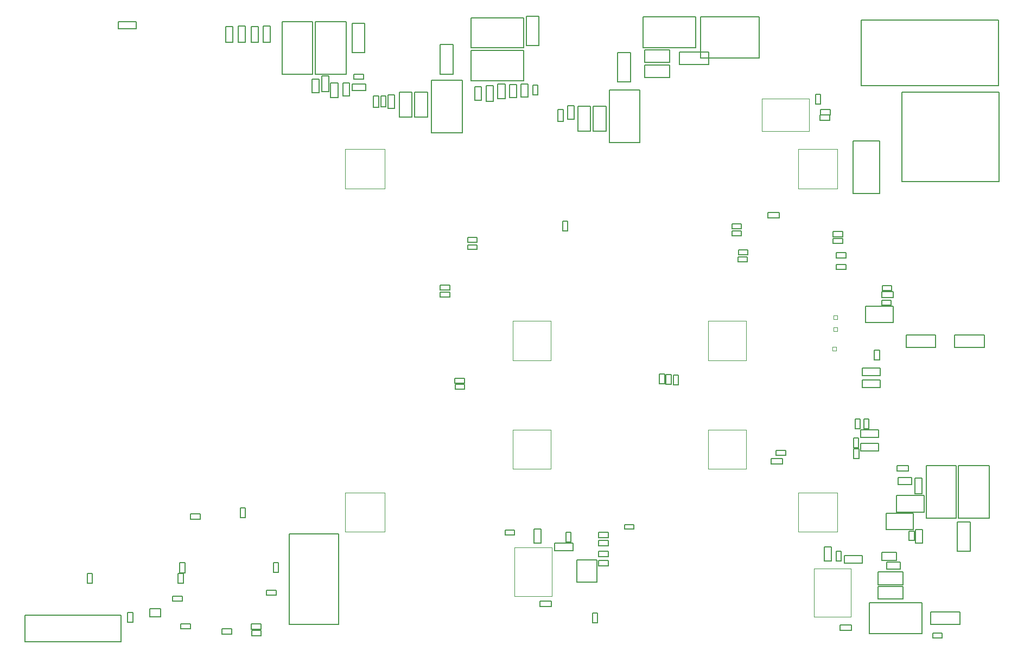
<source format=gbr>
G04*
G04 #@! TF.GenerationSoftware,Altium Limited,Altium Designer,23.7.1 (13)*
G04*
G04 Layer_Color=32768*
%FSLAX25Y25*%
%MOIN*%
G70*
G04*
G04 #@! TF.SameCoordinates,27D51526-8311-448D-B6E4-34D2AC34C314*
G04*
G04*
G04 #@! TF.FilePolarity,Positive*
G04*
G01*
G75*
%ADD11C,0.00787*%
%ADD16C,0.00394*%
%ADD353C,0.00100*%
D11*
X526361Y-345112D02*
X544471D01*
Y-352986D02*
Y-345112D01*
X526361Y-352986D02*
X544471D01*
X526361D02*
Y-345112D01*
X408372Y-125475D02*
Y-122522D01*
Y-125475D02*
X414169D01*
Y-122522D01*
X408372D02*
X414169D01*
X408172Y-129779D02*
Y-126826D01*
Y-129779D02*
X413969D01*
Y-126826D01*
X408172D02*
X413969D01*
X231004Y-151663D02*
Y-148710D01*
X225207D02*
X231004D01*
X225207Y-151663D02*
Y-148710D01*
Y-151663D02*
X231004D01*
Y-147341D02*
Y-144388D01*
X225207D02*
X231004D01*
X225207Y-147341D02*
Y-144388D01*
Y-147341D02*
X231004D01*
X240224Y-208291D02*
Y-205338D01*
X234426D02*
X240224D01*
X234426Y-208291D02*
Y-205338D01*
Y-208291D02*
X240224D01*
X240090Y-204597D02*
Y-201645D01*
X234293D02*
X240090D01*
X234293Y-204597D02*
Y-201645D01*
Y-204597D02*
X240090D01*
X247832Y-122418D02*
Y-119465D01*
X242035D02*
X247832D01*
X242035Y-122418D02*
Y-119465D01*
Y-122418D02*
X247832D01*
Y-117787D02*
Y-114834D01*
X242035D02*
X247832D01*
X242035Y-117787D02*
Y-114834D01*
Y-117787D02*
X247832D01*
X404507Y-109442D02*
Y-106490D01*
Y-109442D02*
X410304D01*
Y-106490D01*
X404507D02*
X410304D01*
X404507Y-113778D02*
Y-110825D01*
Y-113778D02*
X410304D01*
Y-110825D01*
X404507D02*
X410304D01*
X533564Y-361250D02*
Y-358297D01*
X527767D02*
X533564D01*
X527767Y-361250D02*
Y-358297D01*
Y-361250D02*
X533564D01*
X473600Y-315312D02*
Y-310587D01*
Y-315312D02*
X484624D01*
Y-310587D01*
X473600D02*
X484624D01*
X477820Y-356561D02*
Y-353126D01*
X470842D02*
X477820D01*
X470842Y-356561D02*
Y-353126D01*
Y-356561D02*
X477820D01*
X338394Y-294428D02*
Y-291475D01*
Y-294428D02*
X344192D01*
Y-291475D01*
X338394D02*
X344192D01*
X461061Y-314051D02*
X465392D01*
Y-305342D01*
X461061D02*
X465392D01*
X461061Y-314051D02*
Y-305342D01*
X468627Y-308078D02*
X471580D01*
X468627Y-313875D02*
Y-308078D01*
Y-313875D02*
X471580D01*
Y-308078D01*
X318762Y-346042D02*
X321912D01*
X318762Y-351995D02*
Y-346042D01*
Y-351995D02*
X321912D01*
Y-346042D01*
X309117Y-313222D02*
X321322D01*
X309117Y-326805D02*
Y-313222D01*
Y-326805D02*
X321322D01*
Y-313222D01*
X322479Y-299579D02*
Y-296430D01*
Y-299579D02*
X328432D01*
Y-296430D01*
X322479D02*
X328432D01*
X322355Y-304734D02*
Y-301191D01*
Y-304734D02*
X328556D01*
Y-301191D01*
X322355D02*
X328556D01*
X322479Y-316844D02*
Y-313694D01*
Y-316844D02*
X328432D01*
Y-313694D01*
X322479D02*
X328432D01*
X322355Y-311431D02*
Y-307888D01*
Y-311431D02*
X328556D01*
Y-307888D01*
X322355D02*
X328556D01*
X295626Y-307718D02*
Y-302993D01*
Y-307718D02*
X306649D01*
Y-302993D01*
X295626D02*
X306649D01*
X302539Y-296410D02*
X305492D01*
X302539Y-302207D02*
Y-296410D01*
Y-302207D02*
X305492D01*
Y-296410D01*
X293443Y-342055D02*
Y-338620D01*
X286465D02*
X293443D01*
X286465Y-342055D02*
Y-338620D01*
Y-342055D02*
X293443D01*
X282876Y-302813D02*
X287207D01*
Y-294103D01*
X282876D02*
X287207D01*
X282876Y-302813D02*
Y-294103D01*
X265180Y-297840D02*
Y-294887D01*
Y-297840D02*
X270977D01*
Y-294887D01*
X265180D02*
X270977D01*
X543520Y-255300D02*
X562418D01*
X543520Y-287622D02*
Y-255300D01*
Y-287622D02*
X562418D01*
Y-255300D01*
X132325Y-297150D02*
X162916D01*
X132325Y-353056D02*
Y-297150D01*
Y-353056D02*
X162916D01*
Y-297150D01*
X480203Y-232443D02*
Y-226646D01*
X483156D01*
Y-232443D02*
Y-226646D01*
X480203Y-232443D02*
X483156D01*
X334189Y-19343D02*
X342063D01*
Y-1233D01*
X334189D02*
X342063D01*
X334189Y-19343D02*
Y-1233D01*
X511457Y-182706D02*
Y-174832D01*
Y-182706D02*
X529567D01*
Y-174832D01*
X511457D02*
X529567D01*
X541299Y-182747D02*
Y-174873D01*
Y-182747D02*
X559410D01*
Y-174873D01*
X541299D02*
X559410D01*
X372111Y-8722D02*
Y-848D01*
Y-8722D02*
X390221D01*
Y-848D01*
X372111D02*
X390221D01*
X225202Y-14482D02*
X233076D01*
Y3629D01*
X225202D02*
X233076D01*
X225202Y-14482D02*
Y3629D01*
X494039Y-328547D02*
X509418D01*
X494039D02*
Y-320672D01*
X509418D01*
Y-328547D02*
Y-320672D01*
X494039Y-337347D02*
X509418D01*
X494039D02*
Y-329472D01*
X509418D01*
Y-337347D02*
Y-329472D01*
X488963Y-339600D02*
X521286D01*
Y-358498D02*
Y-339600D01*
X488963Y-358498D02*
X521286D01*
X488963D02*
Y-339600D01*
X483950Y-21719D02*
X568051D01*
Y18569D01*
X483950D02*
X568051D01*
X483950Y-21719D02*
Y18569D01*
X152428Y-25404D02*
Y-15562D01*
X156759D01*
Y-25404D02*
Y-15562D01*
X152428Y-25404D02*
X156759D01*
X184112Y-34785D02*
X187547D01*
Y-27806D01*
X184112D02*
X187547D01*
X184112Y-34785D02*
Y-27806D01*
X65051Y-321181D02*
X68397D01*
Y-315040D01*
X65051D02*
X68397D01*
X65051Y-321181D02*
Y-315040D01*
X8369Y-327491D02*
Y-321538D01*
X11518D01*
Y-327491D02*
Y-321538D01*
X8369Y-327491D02*
X11518D01*
X60709Y-335518D02*
X66662D01*
Y-338668D02*
Y-335518D01*
X60709Y-338668D02*
X66662D01*
X60709D02*
Y-335518D01*
X33209Y-345561D02*
X36358D01*
X33209Y-351514D02*
Y-345561D01*
Y-351514D02*
X36358D01*
Y-345561D01*
X495262Y-87896D02*
Y-55613D01*
X478962Y-87896D02*
X495262D01*
X478962D02*
Y-55613D01*
X495262D01*
X64237Y-327591D02*
X67387D01*
Y-321637D01*
X64237D02*
X67387D01*
X64237Y-327591D02*
Y-321637D01*
X46822Y-348313D02*
X53515D01*
Y-343392D01*
X46822D02*
X53515D01*
X46822Y-348313D02*
Y-343392D01*
X71855Y-355704D02*
Y-352555D01*
X65901D02*
X71855D01*
X65901Y-355704D02*
Y-352555D01*
Y-355704D02*
X71855D01*
X109285Y-355855D02*
Y-352706D01*
Y-355855D02*
X115238D01*
Y-352706D01*
X109285D02*
X115238D01*
X122682Y-320975D02*
X125832D01*
Y-315022D01*
X122682D02*
X125832D01*
X122682Y-320975D02*
Y-315022D01*
X109315Y-359885D02*
Y-356735D01*
Y-359885D02*
X115268D01*
Y-356735D01*
X109315D02*
X115268D01*
X91118Y-358877D02*
Y-355727D01*
Y-358877D02*
X97071D01*
Y-355727D01*
X91118D02*
X97071D01*
X118397Y-334990D02*
Y-331840D01*
Y-334990D02*
X124351D01*
Y-331840D01*
X118397D02*
X124351D01*
X102493Y-287334D02*
X105643D01*
Y-281381D01*
X102493D02*
X105643D01*
X102493Y-287334D02*
Y-281381D01*
X77656Y-288114D02*
Y-284965D01*
X71703D02*
X77656D01*
X71703Y-288114D02*
Y-284965D01*
Y-288114D02*
X77656D01*
X-29813Y-347192D02*
X29045D01*
X-29813Y-363569D02*
Y-347192D01*
Y-363569D02*
X29045D01*
Y-347192D01*
X329068Y-56486D02*
Y-24163D01*
X347966D01*
Y-56486D02*
Y-24163D01*
X329068Y-56486D02*
X347966D01*
X474541Y-134596D02*
Y-131447D01*
X468587D02*
X474541D01*
X468587Y-134596D02*
Y-131447D01*
Y-134596D02*
X474541D01*
X468587Y-127474D02*
X474541D01*
X468587D02*
Y-124324D01*
X474541D01*
Y-127474D02*
Y-124324D01*
X466616Y-111311D02*
X472570D01*
Y-114461D02*
Y-111311D01*
X466616Y-114461D02*
X472570D01*
X466616D02*
Y-111311D01*
X542169Y-287603D02*
Y-255319D01*
X523665Y-287603D02*
X542169D01*
X523665D02*
Y-255319D01*
X542169D01*
X516703Y-262798D02*
X521033D01*
X516703Y-272640D02*
Y-262798D01*
Y-272640D02*
X521033D01*
Y-262798D01*
X505502Y-313463D02*
Y-308739D01*
X496422D02*
X505502D01*
X496422Y-313463D02*
Y-308739D01*
Y-313463D02*
X505502D01*
X506578Y-266877D02*
Y-262655D01*
Y-266877D02*
X514738D01*
Y-262655D01*
X506578D02*
X514738D01*
X516335Y-301408D02*
Y-295455D01*
X513185Y-301408D02*
X516335D01*
X513185D02*
Y-295455D01*
X516335D01*
X499541Y-318850D02*
X507701D01*
X499541D02*
Y-314628D01*
X507701D01*
Y-318850D02*
Y-314628D01*
X550843Y-308040D02*
Y-289930D01*
X542969Y-308040D02*
X550843D01*
X542969D02*
Y-289930D01*
X550843D01*
X521478Y-302791D02*
Y-294632D01*
X517256Y-302791D02*
X521478D01*
X517256D02*
Y-294632D01*
X521478D01*
X327165Y-49564D02*
Y-34186D01*
X319291Y-49564D02*
X327165D01*
X319291D02*
Y-34186D01*
X327165D01*
X307633Y-42214D02*
Y-34055D01*
X303410Y-42214D02*
X307633D01*
X303410D02*
Y-34055D01*
X307633D01*
X309715Y-34382D02*
X317589D01*
X309715Y-49761D02*
Y-34382D01*
Y-49761D02*
X317589D01*
Y-34382D01*
X300759Y-43515D02*
Y-36428D01*
X297609Y-43515D02*
X300759D01*
X297609D02*
Y-36428D01*
X300759D01*
X244137Y1629D02*
Y20133D01*
Y1629D02*
X276421D01*
Y20133D01*
X244137D02*
X276421D01*
X278057Y3007D02*
X285931D01*
Y21117D01*
X278057D02*
X285931D01*
X278057Y3007D02*
Y21117D01*
X271999Y-29026D02*
Y-20866D01*
X267777Y-29026D02*
X271999D01*
X267777D02*
Y-20866D01*
X271999D01*
X274863Y-20511D02*
X279086D01*
X274863Y-28671D02*
Y-20511D01*
Y-28671D02*
X279086D01*
Y-20511D01*
X265163Y-29749D02*
Y-20694D01*
X260439Y-29749D02*
X265163D01*
X260439D02*
Y-20694D01*
X265163D01*
X285242Y-27272D02*
Y-21319D01*
X282093Y-27272D02*
X285242D01*
X282093D02*
Y-21319D01*
X285242D01*
X244117Y202D02*
X276440D01*
Y-18695D02*
Y202D01*
X244117Y-18695D02*
X276440D01*
X244117D02*
Y202D01*
X349684Y1826D02*
Y20723D01*
Y1826D02*
X382007D01*
Y20723D01*
X349684D02*
X382007D01*
X421292Y-4513D02*
Y20763D01*
X385072D02*
X421292D01*
X385072Y-4513D02*
Y20763D01*
Y-4513D02*
X421292D01*
X300403Y-104897D02*
X303553D01*
X300403Y-110851D02*
Y-104897D01*
Y-110851D02*
X303553D01*
Y-104897D01*
X191820Y-34744D02*
Y-28051D01*
X188671Y-34744D02*
X191820D01*
X188671D02*
Y-28051D01*
X191820D01*
X350861Y-16712D02*
X366240D01*
X350861D02*
Y-8838D01*
X366240D01*
Y-16712D02*
Y-8838D01*
X250579Y-30534D02*
Y-22374D01*
X246357Y-30534D02*
X250579D01*
X246357D02*
Y-22374D01*
X250579D01*
X93489Y4950D02*
Y14792D01*
X97819D01*
Y4950D02*
Y14792D01*
X93489Y4950D02*
X97819D01*
X101181Y5082D02*
Y14924D01*
X105512D01*
Y5082D02*
Y14924D01*
X101181Y5082D02*
X105512D01*
X109138Y4950D02*
Y14792D01*
X113469D01*
Y4950D02*
Y14792D01*
X109138Y4950D02*
X113469D01*
X350861Y-7361D02*
X366240D01*
X350861D02*
Y513D01*
X366240D01*
Y-7361D02*
Y513D01*
X116520Y5166D02*
Y15009D01*
X120851D01*
Y5166D02*
Y15009D01*
X116520Y5166D02*
X120851D01*
X568504Y-80709D02*
Y-25591D01*
X508661D02*
X568504D01*
X508661Y-80709D02*
Y-25591D01*
Y-80709D02*
X568504D01*
X27362Y17582D02*
X38386D01*
Y13251D02*
Y17582D01*
X27362Y13251D02*
X38386D01*
X27362D02*
Y17582D01*
X496765Y-147581D02*
X502562D01*
X496765D02*
Y-144629D01*
X502562D01*
Y-147581D02*
Y-144629D01*
X498994Y-294571D02*
X515947D01*
X498994D02*
Y-284507D01*
X515947D01*
Y-294571D02*
Y-284507D01*
X431550Y-248931D02*
X437347D01*
X431550D02*
Y-245979D01*
X437347D01*
Y-248931D02*
Y-245979D01*
X505835Y-258549D02*
X512813D01*
X505835D02*
Y-255114D01*
X512813D01*
Y-258549D02*
Y-255114D01*
X146523Y-17693D02*
X150746D01*
X146523Y-25852D02*
Y-17693D01*
Y-25852D02*
X150746D01*
Y-17693D01*
X496598Y-151858D02*
Y-148423D01*
Y-151858D02*
X503577D01*
Y-148423D01*
X496598D02*
X503577D01*
X426376Y-102923D02*
Y-99488D01*
Y-102923D02*
X433354D01*
Y-99488D01*
X426376D02*
X433354D01*
X435564Y-254434D02*
Y-250999D01*
X428585D02*
X435564D01*
X428585Y-254434D02*
Y-250999D01*
Y-254434D02*
X435564D01*
X522456Y-283798D02*
Y-273734D01*
X505502D02*
X522456D01*
X505502Y-283798D02*
Y-273734D01*
Y-283798D02*
X522456D01*
X479273Y-244209D02*
X482226D01*
Y-238412D01*
X479273D02*
X482226D01*
X479273Y-244209D02*
Y-238412D01*
X486561Y-167333D02*
Y-157269D01*
Y-167333D02*
X503514D01*
Y-157269D01*
X486561D02*
X503514D01*
X502249Y-156483D02*
Y-153530D01*
X496452D02*
X502249D01*
X496452Y-156483D02*
Y-153530D01*
Y-156483D02*
X502249D01*
X483451Y-238008D02*
Y-233283D01*
Y-238008D02*
X494475D01*
Y-233283D01*
X483451D02*
X494475D01*
X484484Y-199869D02*
Y-195144D01*
Y-199869D02*
X495508D01*
Y-195144D01*
X484484D02*
X495508D01*
X483451Y-246172D02*
Y-241448D01*
Y-246172D02*
X494475D01*
Y-241448D01*
X483451D02*
X494475D01*
X484437Y-207369D02*
Y-202644D01*
Y-207369D02*
X495461D01*
Y-202644D01*
X484437D02*
X495461D01*
X455659Y-32866D02*
X458809D01*
Y-26913D01*
X455659D02*
X458809D01*
X455659Y-32866D02*
Y-26913D01*
X458912Y-39523D02*
Y-36374D01*
Y-39523D02*
X464866D01*
Y-36374D01*
X458912D02*
X464866D01*
X458519Y-42808D02*
Y-39658D01*
Y-42808D02*
X464472D01*
Y-39658D01*
X458519D02*
X464472D01*
X491839Y-184426D02*
X494988D01*
X491839Y-190379D02*
Y-184426D01*
Y-190379D02*
X494988D01*
Y-184426D01*
X466616Y-118663D02*
Y-115513D01*
Y-118663D02*
X472570D01*
Y-115513D01*
X466616D02*
X472570D01*
X359849Y-198914D02*
X362999D01*
X359849Y-204867D02*
Y-198914D01*
Y-204867D02*
X362999D01*
Y-198914D01*
X363974Y-199173D02*
X367124D01*
X363974Y-205127D02*
Y-199173D01*
Y-205127D02*
X367124D01*
Y-199173D01*
X368424Y-199563D02*
X371573D01*
X368424Y-205516D02*
Y-199563D01*
Y-205516D02*
X371573D01*
Y-199563D01*
X485330Y-232559D02*
X488479D01*
Y-226606D01*
X485330D02*
X488479D01*
X485330Y-232559D02*
Y-226606D01*
X479175Y-245062D02*
X482324D01*
X479175Y-251015D02*
Y-245062D01*
Y-251015D02*
X482324D01*
Y-245062D01*
X171068Y-1316D02*
X178942D01*
Y16794D01*
X171068D02*
X178942D01*
X171068Y-1316D02*
Y16794D01*
X172028Y-17592D02*
Y-14443D01*
Y-17592D02*
X177982D01*
Y-14443D01*
X172028D02*
X177982D01*
X171221Y-24729D02*
Y-20507D01*
Y-24729D02*
X179380D01*
Y-20507D01*
X171221D02*
X179380D01*
X165315Y-19862D02*
X169537D01*
X165315Y-28021D02*
Y-19862D01*
Y-28021D02*
X169537D01*
Y-19862D01*
X157817Y-19796D02*
X162541D01*
X157817Y-28851D02*
Y-19796D01*
Y-28851D02*
X162541D01*
Y-19796D01*
X148430Y17582D02*
X167328D01*
X148430Y-14741D02*
Y17582D01*
Y-14741D02*
X167328D01*
Y17582D01*
X128302Y17601D02*
X146806D01*
X128302Y-14682D02*
Y17601D01*
Y-14682D02*
X146806D01*
Y17601D01*
X200103Y-25517D02*
X207977D01*
X200103Y-40895D02*
Y-25517D01*
Y-40895D02*
X207977D01*
Y-25517D01*
X209449D02*
X217323D01*
X209449Y-40895D02*
Y-25517D01*
Y-40895D02*
X217323D01*
Y-25517D01*
X219844Y-50548D02*
X238741D01*
Y-18226D01*
X219844D02*
X238741D01*
X219844Y-50548D02*
Y-18226D01*
X192985Y-27318D02*
X197207D01*
X192985Y-35477D02*
Y-27318D01*
Y-35477D02*
X197207D01*
Y-27318D01*
X253541Y-31375D02*
X257872D01*
Y-21533D01*
X253541D02*
X257872D01*
X253541Y-31375D02*
Y-21533D01*
D16*
X454696Y-318493D02*
X477531D01*
Y-348414D02*
Y-318493D01*
X454696Y-348414D02*
X477531D01*
X454696D02*
Y-318493D01*
X270875Y-305757D02*
X293710D01*
Y-335678D02*
Y-305757D01*
X270875Y-335678D02*
X293710D01*
X270875D02*
Y-305757D01*
D353*
X445047Y-60694D02*
X469181D01*
X445047Y-84827D02*
Y-60694D01*
Y-84827D02*
X469181D01*
Y-60694D01*
X422980Y-49759D02*
X451877D01*
Y-29681D01*
X422980D02*
X451877D01*
X422980Y-49759D02*
Y-29681D01*
X269692Y-190457D02*
X293039D01*
Y-166343D01*
X269692D02*
X293039D01*
X269692Y-190457D02*
Y-166343D01*
X269692Y-257426D02*
X293039D01*
Y-233312D01*
X269692D02*
X293039D01*
X269692Y-257426D02*
Y-233312D01*
X389889Y-257426D02*
X413236D01*
Y-233312D01*
X389889D02*
X413236D01*
X389889Y-257426D02*
Y-233312D01*
X389889Y-190457D02*
X413236D01*
Y-166343D01*
X389889D02*
X413236D01*
X389889Y-190457D02*
Y-166343D01*
X166897Y-271914D02*
X191031D01*
X166897Y-296048D02*
Y-271914D01*
Y-296048D02*
X191031D01*
Y-271914D01*
X469181Y-296048D02*
Y-271914D01*
X445047Y-296048D02*
X469181D01*
X445047D02*
Y-271914D01*
X469181D01*
X166897Y-60694D02*
X191031D01*
X166897Y-84827D02*
Y-60694D01*
Y-84827D02*
X191031D01*
Y-60694D01*
X469203Y-172679D02*
Y-170317D01*
X466841D02*
X469203D01*
X466841Y-172679D02*
Y-170317D01*
Y-172679D02*
X469203D01*
X466006Y-184481D02*
X468368D01*
X466006D02*
Y-182118D01*
X468368D01*
Y-184481D02*
Y-182118D01*
X466741Y-165353D02*
X469103D01*
X466741D02*
Y-162991D01*
X469103D01*
Y-165353D02*
Y-162991D01*
M02*

</source>
